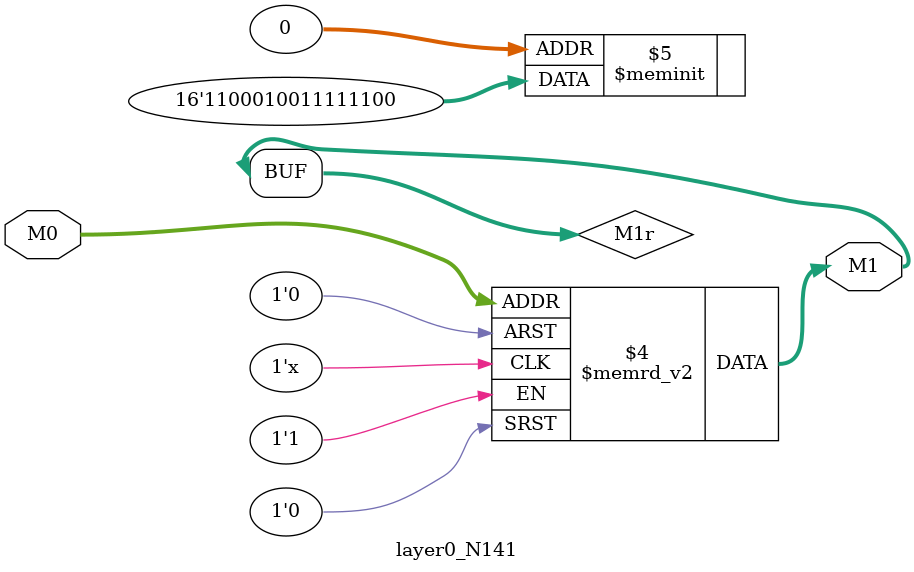
<source format=v>
module layer0_N141 ( input [2:0] M0, output [1:0] M1 );

	(*rom_style = "distributed" *) reg [1:0] M1r;
	assign M1 = M1r;
	always @ (M0) begin
		case (M0)
			3'b000: M1r = 2'b00;
			3'b100: M1r = 2'b00;
			3'b010: M1r = 2'b11;
			3'b110: M1r = 2'b00;
			3'b001: M1r = 2'b11;
			3'b101: M1r = 2'b01;
			3'b011: M1r = 2'b11;
			3'b111: M1r = 2'b11;

		endcase
	end
endmodule

</source>
